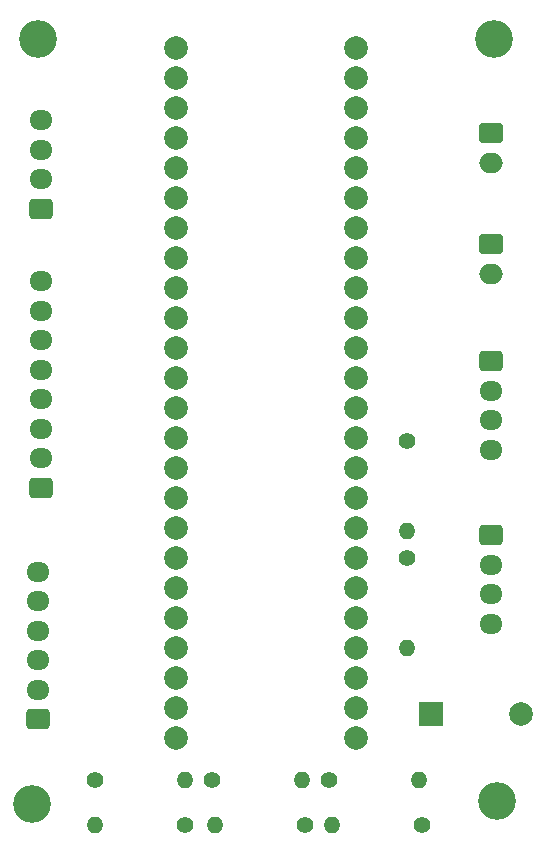
<source format=gbr>
%TF.GenerationSoftware,KiCad,Pcbnew,8.0.2-1*%
%TF.CreationDate,2024-09-30T15:02:25-04:00*%
%TF.ProjectId,Airbrake_ComputeBoard,41697262-7261-46b6-955f-436f6d707574,rev?*%
%TF.SameCoordinates,Original*%
%TF.FileFunction,Soldermask,Bot*%
%TF.FilePolarity,Negative*%
%FSLAX46Y46*%
G04 Gerber Fmt 4.6, Leading zero omitted, Abs format (unit mm)*
G04 Created by KiCad (PCBNEW 8.0.2-1) date 2024-09-30 15:02:25*
%MOMM*%
%LPD*%
G01*
G04 APERTURE LIST*
G04 Aperture macros list*
%AMRoundRect*
0 Rectangle with rounded corners*
0 $1 Rounding radius*
0 $2 $3 $4 $5 $6 $7 $8 $9 X,Y pos of 4 corners*
0 Add a 4 corners polygon primitive as box body*
4,1,4,$2,$3,$4,$5,$6,$7,$8,$9,$2,$3,0*
0 Add four circle primitives for the rounded corners*
1,1,$1+$1,$2,$3*
1,1,$1+$1,$4,$5*
1,1,$1+$1,$6,$7*
1,1,$1+$1,$8,$9*
0 Add four rect primitives between the rounded corners*
20,1,$1+$1,$2,$3,$4,$5,0*
20,1,$1+$1,$4,$5,$6,$7,0*
20,1,$1+$1,$6,$7,$8,$9,0*
20,1,$1+$1,$8,$9,$2,$3,0*%
G04 Aperture macros list end*
%ADD10C,3.200000*%
%ADD11RoundRect,0.250000X0.725000X-0.600000X0.725000X0.600000X-0.725000X0.600000X-0.725000X-0.600000X0*%
%ADD12O,1.950000X1.700000*%
%ADD13C,2.000000*%
%ADD14R,2.000000X2.000000*%
%ADD15RoundRect,0.250000X-0.750000X0.600000X-0.750000X-0.600000X0.750000X-0.600000X0.750000X0.600000X0*%
%ADD16O,2.000000X1.700000*%
%ADD17RoundRect,0.250000X-0.725000X0.600000X-0.725000X-0.600000X0.725000X-0.600000X0.725000X0.600000X0*%
%ADD18C,1.400000*%
%ADD19O,1.400000X1.400000*%
G04 APERTURE END LIST*
D10*
%TO.C,H3*%
X138430000Y-132334000D03*
%TD*%
D11*
%TO.C,BlueRaven1*%
X139192000Y-81922000D03*
D12*
X139192000Y-79422000D03*
X139192000Y-76922000D03*
X139192000Y-74422000D03*
%TD*%
D13*
%TO.C,Teensy4.1*%
X150622000Y-68326000D03*
X150622000Y-70866000D03*
X150622000Y-73406000D03*
X150622000Y-75946000D03*
X150622000Y-78486000D03*
X150622000Y-81026000D03*
X150622000Y-83566000D03*
X150622000Y-86106000D03*
X150622000Y-88646000D03*
X150622000Y-91186000D03*
X150622000Y-93726000D03*
X150622000Y-96266000D03*
X150622000Y-98806000D03*
X150622000Y-101346000D03*
X150622000Y-103886000D03*
X150622000Y-106426000D03*
X150622000Y-108966000D03*
X150622000Y-111506000D03*
X150622000Y-114046000D03*
X150622000Y-116586000D03*
X150622000Y-119126000D03*
X150622000Y-121666000D03*
X150622000Y-124206000D03*
X150622000Y-126746000D03*
X165862000Y-126746000D03*
X165862000Y-124206000D03*
X165862000Y-121666000D03*
X165862000Y-119126000D03*
X165862000Y-116586000D03*
X165862000Y-114046000D03*
X165862000Y-111506000D03*
X165862000Y-108966000D03*
X165862000Y-106426000D03*
X165862000Y-103886000D03*
X165862000Y-101346000D03*
X165862000Y-98806000D03*
X165862000Y-96266000D03*
X165862000Y-93726000D03*
X165862000Y-91186000D03*
X165862000Y-88646000D03*
X165862000Y-86106000D03*
X165862000Y-83566000D03*
X165862000Y-81026000D03*
X165862000Y-78486000D03*
X165862000Y-75946000D03*
X165862000Y-73406000D03*
X165862000Y-70866000D03*
X165862000Y-68326000D03*
%TD*%
D14*
%TO.C,BZ1*%
X172212000Y-124714000D03*
D13*
X179812000Y-124714000D03*
%TD*%
D11*
%TO.C,VN-100-1*%
X138921000Y-125122000D03*
D12*
X138921000Y-122622000D03*
X138921000Y-120122000D03*
X138921000Y-117622000D03*
X138921000Y-115122000D03*
X138921000Y-112622000D03*
%TD*%
D15*
%TO.C,PowerSwitch1*%
X177292000Y-84916000D03*
D16*
X177292000Y-87416000D03*
%TD*%
D17*
%TO.C,SensorBoard1*%
X177292000Y-94822000D03*
D12*
X177292000Y-97322000D03*
X177292000Y-99822000D03*
X177292000Y-102322000D03*
%TD*%
D10*
%TO.C,H1*%
X138938000Y-67564000D03*
%TD*%
D18*
%TO.C,R1*%
X143764000Y-130302000D03*
D19*
X151384000Y-130302000D03*
%TD*%
D10*
%TO.C,H4*%
X177800000Y-132080000D03*
%TD*%
D17*
%TO.C,MotorEncoder1*%
X177292000Y-109554000D03*
D12*
X177292000Y-112054000D03*
X177292000Y-114554000D03*
X177292000Y-117054000D03*
%TD*%
D18*
%TO.C,R7*%
X170180000Y-101600000D03*
D19*
X170180000Y-109220000D03*
%TD*%
D18*
%TO.C,R4*%
X161544000Y-134112000D03*
D19*
X153924000Y-134112000D03*
%TD*%
D18*
%TO.C,R8*%
X170180000Y-111506000D03*
D19*
X170180000Y-119126000D03*
%TD*%
D11*
%TO.C,MotoDriver1*%
X139175000Y-105524000D03*
D12*
X139175000Y-103024000D03*
X139175000Y-100524000D03*
X139175000Y-98024000D03*
X139175000Y-95524000D03*
X139175000Y-93024000D03*
X139175000Y-90524000D03*
X139175000Y-88024000D03*
%TD*%
D18*
%TO.C,R6*%
X171450000Y-134112000D03*
D19*
X163830000Y-134112000D03*
%TD*%
D18*
%TO.C,R2*%
X151384000Y-134112000D03*
D19*
X143764000Y-134112000D03*
%TD*%
D18*
%TO.C,R5*%
X163576000Y-130302000D03*
D19*
X171196000Y-130302000D03*
%TD*%
D15*
%TO.C,Battery1*%
X177292000Y-75518000D03*
D16*
X177292000Y-78018000D03*
%TD*%
D18*
%TO.C,R3*%
X153670000Y-130302000D03*
D19*
X161290000Y-130302000D03*
%TD*%
D10*
%TO.C,H2*%
X177546000Y-67564000D03*
%TD*%
M02*

</source>
